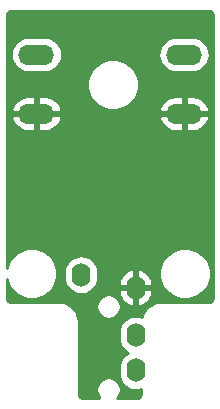
<source format=gbl>
G04 #@! TF.GenerationSoftware,KiCad,Pcbnew,5.1.6-c6e7f7d~86~ubuntu16.04.1*
G04 #@! TF.CreationDate,2020-07-12T16:36:50-04:00*
G04 #@! TF.ProjectId,tactile_switch_pcb_v2,74616374-696c-4655-9f73-77697463685f,1.0*
G04 #@! TF.SameCoordinates,Original*
G04 #@! TF.FileFunction,Copper,L2,Bot*
G04 #@! TF.FilePolarity,Positive*
%FSLAX46Y46*%
G04 Gerber Fmt 4.6, Leading zero omitted, Abs format (unit mm)*
G04 Created by KiCad (PCBNEW 5.1.6-c6e7f7d~86~ubuntu16.04.1) date 2020-07-12 16:36:50*
%MOMM*%
%LPD*%
G01*
G04 APERTURE LIST*
G04 #@! TA.AperFunction,ComponentPad*
%ADD10O,3.048000X1.727200*%
G04 #@! TD*
G04 #@! TA.AperFunction,ComponentPad*
%ADD11O,1.600000X2.000000*%
G04 #@! TD*
G04 #@! TA.AperFunction,Conductor*
%ADD12C,0.254000*%
G04 #@! TD*
G04 APERTURE END LIST*
D10*
X153851000Y-105410000D03*
X153851000Y-110410000D03*
X141351000Y-105410000D03*
X141351000Y-110410000D03*
D11*
X145139000Y-124057000D03*
X149739000Y-125157000D03*
X149739000Y-132157000D03*
X149739000Y-129157000D03*
D12*
G36*
X156024533Y-101761885D02*
G01*
X156090457Y-101781789D01*
X156151255Y-101814115D01*
X156204619Y-101857639D01*
X156248512Y-101910696D01*
X156281266Y-101971271D01*
X156301628Y-102037053D01*
X156312000Y-102135731D01*
X156312001Y-125951709D01*
X156302115Y-126052531D01*
X156282211Y-126118458D01*
X156249885Y-126179255D01*
X156206362Y-126232618D01*
X156153300Y-126276515D01*
X156092727Y-126309266D01*
X156026947Y-126329628D01*
X155928269Y-126340000D01*
X151859581Y-126340000D01*
X151831309Y-126342784D01*
X151825088Y-126342741D01*
X151815917Y-126343641D01*
X151618715Y-126364368D01*
X151560151Y-126376390D01*
X151501362Y-126387604D01*
X151492540Y-126390268D01*
X151303118Y-126448903D01*
X151248005Y-126472071D01*
X151192507Y-126494493D01*
X151184371Y-126498820D01*
X151009947Y-126593130D01*
X150960331Y-126626597D01*
X150910301Y-126659335D01*
X150903160Y-126665159D01*
X150750376Y-126791553D01*
X150708237Y-126833988D01*
X150665487Y-126875851D01*
X150659613Y-126882952D01*
X150534289Y-127036614D01*
X150501174Y-127086456D01*
X150467390Y-127135796D01*
X150463007Y-127143902D01*
X150369916Y-127318980D01*
X150347125Y-127374275D01*
X150323554Y-127429270D01*
X150320829Y-127438073D01*
X150266660Y-127617493D01*
X150020308Y-127542764D01*
X149739000Y-127515057D01*
X149457691Y-127542764D01*
X149187192Y-127624818D01*
X148937899Y-127758068D01*
X148719392Y-127937393D01*
X148540068Y-128155900D01*
X148406818Y-128405193D01*
X148324764Y-128675692D01*
X148304000Y-128886509D01*
X148304000Y-129427492D01*
X148324764Y-129638309D01*
X148406818Y-129908808D01*
X148540068Y-130158101D01*
X148719393Y-130376608D01*
X148937900Y-130555932D01*
X149126984Y-130657000D01*
X148937899Y-130758068D01*
X148719392Y-130937393D01*
X148540068Y-131155900D01*
X148406818Y-131405193D01*
X148324764Y-131675692D01*
X148304000Y-131886509D01*
X148304000Y-132427492D01*
X148324764Y-132638309D01*
X148406818Y-132908808D01*
X148540068Y-133158101D01*
X148719393Y-133376608D01*
X148937900Y-133555932D01*
X149187193Y-133689182D01*
X149457692Y-133771236D01*
X149739000Y-133798943D01*
X150020309Y-133771236D01*
X150216000Y-133711874D01*
X150216000Y-134079719D01*
X150206115Y-134180531D01*
X150186211Y-134246458D01*
X150153885Y-134307255D01*
X150110362Y-134360618D01*
X150057300Y-134404515D01*
X149996727Y-134437266D01*
X149930947Y-134457628D01*
X149832269Y-134468000D01*
X148191711Y-134468000D01*
X148242937Y-134416774D01*
X148356205Y-134247256D01*
X148434226Y-134058898D01*
X148474000Y-133858939D01*
X148474000Y-133655061D01*
X148434226Y-133455102D01*
X148356205Y-133266744D01*
X148242937Y-133097226D01*
X148098774Y-132953063D01*
X147929256Y-132839795D01*
X147740898Y-132761774D01*
X147540939Y-132722000D01*
X147337061Y-132722000D01*
X147137102Y-132761774D01*
X146948744Y-132839795D01*
X146779226Y-132953063D01*
X146635063Y-133097226D01*
X146521795Y-133266744D01*
X146443774Y-133455102D01*
X146404000Y-133655061D01*
X146404000Y-133858939D01*
X146443774Y-134058898D01*
X146521795Y-134247256D01*
X146635063Y-134416774D01*
X146686289Y-134468000D01*
X145320281Y-134468000D01*
X145219469Y-134458115D01*
X145153542Y-134438211D01*
X145092745Y-134405885D01*
X145039382Y-134362362D01*
X144995485Y-134309300D01*
X144962734Y-134248727D01*
X144942372Y-134182947D01*
X144932000Y-134084269D01*
X144932000Y-127983581D01*
X144929216Y-127955309D01*
X144929259Y-127949088D01*
X144928359Y-127939917D01*
X144907632Y-127742715D01*
X144895610Y-127684151D01*
X144884396Y-127625362D01*
X144881732Y-127616540D01*
X144823097Y-127427118D01*
X144799929Y-127372005D01*
X144777507Y-127316507D01*
X144773180Y-127308371D01*
X144678870Y-127133947D01*
X144645403Y-127084331D01*
X144612665Y-127034301D01*
X144606841Y-127027160D01*
X144480447Y-126874376D01*
X144438012Y-126832237D01*
X144396149Y-126789487D01*
X144389048Y-126783613D01*
X144235386Y-126658289D01*
X144230528Y-126655061D01*
X146404000Y-126655061D01*
X146404000Y-126858939D01*
X146443774Y-127058898D01*
X146521795Y-127247256D01*
X146635063Y-127416774D01*
X146779226Y-127560937D01*
X146948744Y-127674205D01*
X147137102Y-127752226D01*
X147337061Y-127792000D01*
X147540939Y-127792000D01*
X147740898Y-127752226D01*
X147929256Y-127674205D01*
X148098774Y-127560937D01*
X148242937Y-127416774D01*
X148356205Y-127247256D01*
X148434226Y-127058898D01*
X148474000Y-126858939D01*
X148474000Y-126655061D01*
X148434226Y-126455102D01*
X148356205Y-126266744D01*
X148242937Y-126097226D01*
X148098774Y-125953063D01*
X147929256Y-125839795D01*
X147740898Y-125761774D01*
X147540939Y-125722000D01*
X147337061Y-125722000D01*
X147137102Y-125761774D01*
X146948744Y-125839795D01*
X146779226Y-125953063D01*
X146635063Y-126097226D01*
X146521795Y-126266744D01*
X146443774Y-126455102D01*
X146404000Y-126655061D01*
X144230528Y-126655061D01*
X144185544Y-126625174D01*
X144136204Y-126591390D01*
X144128098Y-126587007D01*
X143953020Y-126493916D01*
X143897725Y-126471125D01*
X143842730Y-126447554D01*
X143833927Y-126444829D01*
X143644100Y-126387518D01*
X143585420Y-126375900D01*
X143526913Y-126363463D01*
X143517748Y-126362500D01*
X143320406Y-126343150D01*
X143320402Y-126343150D01*
X143288419Y-126340000D01*
X139224281Y-126340000D01*
X139123469Y-126330115D01*
X139057542Y-126310211D01*
X138996745Y-126277885D01*
X138943382Y-126234362D01*
X138899485Y-126181300D01*
X138866734Y-126120727D01*
X138846372Y-126054947D01*
X138836000Y-125956269D01*
X138836000Y-124415324D01*
X138869715Y-124584821D01*
X139033257Y-124979645D01*
X139270682Y-125334977D01*
X139572868Y-125637163D01*
X139928200Y-125874588D01*
X140323024Y-126038130D01*
X140742168Y-126121503D01*
X141169522Y-126121503D01*
X141588666Y-126038130D01*
X141983490Y-125874588D01*
X142338822Y-125637163D01*
X142641008Y-125334977D01*
X142878433Y-124979645D01*
X143041975Y-124584821D01*
X143125348Y-124165677D01*
X143125348Y-123786509D01*
X143704000Y-123786509D01*
X143704000Y-124327492D01*
X143724764Y-124538309D01*
X143806818Y-124808808D01*
X143940068Y-125058101D01*
X144119393Y-125276608D01*
X144337900Y-125455932D01*
X144587193Y-125589182D01*
X144857692Y-125671236D01*
X145139000Y-125698943D01*
X145420309Y-125671236D01*
X145690808Y-125589182D01*
X145839158Y-125509887D01*
X148307063Y-125509887D01*
X148364404Y-125786306D01*
X148474570Y-126046227D01*
X148633327Y-126279662D01*
X148834575Y-126477639D01*
X149070579Y-126632551D01*
X149332270Y-126738444D01*
X149389961Y-126748904D01*
X149612000Y-126626915D01*
X149612000Y-125284000D01*
X149866000Y-125284000D01*
X149866000Y-126626915D01*
X150088039Y-126748904D01*
X150145730Y-126738444D01*
X150407421Y-126632551D01*
X150643425Y-126477639D01*
X150844673Y-126279662D01*
X151003430Y-126046227D01*
X151113596Y-125786306D01*
X151170937Y-125509887D01*
X151018474Y-125284000D01*
X149866000Y-125284000D01*
X149612000Y-125284000D01*
X148459526Y-125284000D01*
X148307063Y-125509887D01*
X145839158Y-125509887D01*
X145940101Y-125455932D01*
X146158608Y-125276608D01*
X146337932Y-125058101D01*
X146471182Y-124808807D01*
X146472605Y-124804113D01*
X148307063Y-124804113D01*
X148459526Y-125030000D01*
X149612000Y-125030000D01*
X149612000Y-123687085D01*
X149866000Y-123687085D01*
X149866000Y-125030000D01*
X151018474Y-125030000D01*
X151170937Y-124804113D01*
X151113596Y-124527694D01*
X151003430Y-124267773D01*
X150844673Y-124034338D01*
X150643425Y-123836361D01*
X150494067Y-123738323D01*
X151754497Y-123738323D01*
X151754497Y-124165677D01*
X151837870Y-124584821D01*
X152001412Y-124979645D01*
X152238837Y-125334977D01*
X152541023Y-125637163D01*
X152896355Y-125874588D01*
X153291179Y-126038130D01*
X153710323Y-126121503D01*
X154137677Y-126121503D01*
X154556821Y-126038130D01*
X154951645Y-125874588D01*
X155306977Y-125637163D01*
X155609163Y-125334977D01*
X155846588Y-124979645D01*
X156010130Y-124584821D01*
X156093503Y-124165677D01*
X156093503Y-123738323D01*
X156010130Y-123319179D01*
X155846588Y-122924355D01*
X155609163Y-122569023D01*
X155306977Y-122266837D01*
X154951645Y-122029412D01*
X154556821Y-121865870D01*
X154137677Y-121782497D01*
X153710323Y-121782497D01*
X153291179Y-121865870D01*
X152896355Y-122029412D01*
X152541023Y-122266837D01*
X152238837Y-122569023D01*
X152001412Y-122924355D01*
X151837870Y-123319179D01*
X151754497Y-123738323D01*
X150494067Y-123738323D01*
X150407421Y-123681449D01*
X150145730Y-123575556D01*
X150088039Y-123565096D01*
X149866000Y-123687085D01*
X149612000Y-123687085D01*
X149389961Y-123565096D01*
X149332270Y-123575556D01*
X149070579Y-123681449D01*
X148834575Y-123836361D01*
X148633327Y-124034338D01*
X148474570Y-124267773D01*
X148364404Y-124527694D01*
X148307063Y-124804113D01*
X146472605Y-124804113D01*
X146553236Y-124538308D01*
X146574000Y-124327491D01*
X146574000Y-123786508D01*
X146553236Y-123575691D01*
X146471182Y-123305192D01*
X146337932Y-123055899D01*
X146158607Y-122837392D01*
X145940100Y-122658068D01*
X145690807Y-122524818D01*
X145420308Y-122442764D01*
X145139000Y-122415057D01*
X144857691Y-122442764D01*
X144587192Y-122524818D01*
X144337899Y-122658068D01*
X144119392Y-122837393D01*
X143940068Y-123055900D01*
X143806818Y-123305193D01*
X143724764Y-123575692D01*
X143704000Y-123786509D01*
X143125348Y-123786509D01*
X143125348Y-123738323D01*
X143041975Y-123319179D01*
X142878433Y-122924355D01*
X142641008Y-122569023D01*
X142338822Y-122266837D01*
X141983490Y-122029412D01*
X141588666Y-121865870D01*
X141169522Y-121782497D01*
X140742168Y-121782497D01*
X140323024Y-121865870D01*
X139928200Y-122029412D01*
X139572868Y-122266837D01*
X139270682Y-122569023D01*
X139033257Y-122924355D01*
X138869715Y-123319179D01*
X138836000Y-123488676D01*
X138836000Y-110769026D01*
X139235642Y-110769026D01*
X139257473Y-110866157D01*
X139374002Y-111136981D01*
X139541127Y-111379868D01*
X139752426Y-111585483D01*
X139999778Y-111745925D01*
X140273678Y-111855028D01*
X140563600Y-111908600D01*
X141224000Y-111908600D01*
X141224000Y-110537000D01*
X141478000Y-110537000D01*
X141478000Y-111908600D01*
X142138400Y-111908600D01*
X142428322Y-111855028D01*
X142702222Y-111745925D01*
X142949574Y-111585483D01*
X143160873Y-111379868D01*
X143327998Y-111136981D01*
X143444527Y-110866157D01*
X143466358Y-110769026D01*
X151735642Y-110769026D01*
X151757473Y-110866157D01*
X151874002Y-111136981D01*
X152041127Y-111379868D01*
X152252426Y-111585483D01*
X152499778Y-111745925D01*
X152773678Y-111855028D01*
X153063600Y-111908600D01*
X153724000Y-111908600D01*
X153724000Y-110537000D01*
X153978000Y-110537000D01*
X153978000Y-111908600D01*
X154638400Y-111908600D01*
X154928322Y-111855028D01*
X155202222Y-111745925D01*
X155449574Y-111585483D01*
X155660873Y-111379868D01*
X155827998Y-111136981D01*
X155944527Y-110866157D01*
X155966358Y-110769026D01*
X155845217Y-110537000D01*
X153978000Y-110537000D01*
X153724000Y-110537000D01*
X151856783Y-110537000D01*
X151735642Y-110769026D01*
X143466358Y-110769026D01*
X143345217Y-110537000D01*
X141478000Y-110537000D01*
X141224000Y-110537000D01*
X139356783Y-110537000D01*
X139235642Y-110769026D01*
X138836000Y-110769026D01*
X138836000Y-110050974D01*
X139235642Y-110050974D01*
X139356783Y-110283000D01*
X141224000Y-110283000D01*
X141224000Y-108911400D01*
X141478000Y-108911400D01*
X141478000Y-110283000D01*
X143345217Y-110283000D01*
X143466358Y-110050974D01*
X143444527Y-109953843D01*
X143327998Y-109683019D01*
X143160873Y-109440132D01*
X142949574Y-109234517D01*
X142702222Y-109074075D01*
X142428322Y-108964972D01*
X142138400Y-108911400D01*
X141478000Y-108911400D01*
X141224000Y-108911400D01*
X140563600Y-108911400D01*
X140273678Y-108964972D01*
X139999778Y-109074075D01*
X139752426Y-109234517D01*
X139541127Y-109440132D01*
X139374002Y-109683019D01*
X139257473Y-109953843D01*
X139235642Y-110050974D01*
X138836000Y-110050974D01*
X138836000Y-107750478D01*
X145658497Y-107750478D01*
X145658497Y-108177832D01*
X145741870Y-108596976D01*
X145905412Y-108991800D01*
X146142837Y-109347132D01*
X146445023Y-109649318D01*
X146800355Y-109886743D01*
X147195179Y-110050285D01*
X147614323Y-110133658D01*
X148041677Y-110133658D01*
X148457357Y-110050974D01*
X151735642Y-110050974D01*
X151856783Y-110283000D01*
X153724000Y-110283000D01*
X153724000Y-108911400D01*
X153978000Y-108911400D01*
X153978000Y-110283000D01*
X155845217Y-110283000D01*
X155966358Y-110050974D01*
X155944527Y-109953843D01*
X155827998Y-109683019D01*
X155660873Y-109440132D01*
X155449574Y-109234517D01*
X155202222Y-109074075D01*
X154928322Y-108964972D01*
X154638400Y-108911400D01*
X153978000Y-108911400D01*
X153724000Y-108911400D01*
X153063600Y-108911400D01*
X152773678Y-108964972D01*
X152499778Y-109074075D01*
X152252426Y-109234517D01*
X152041127Y-109440132D01*
X151874002Y-109683019D01*
X151757473Y-109953843D01*
X151735642Y-110050974D01*
X148457357Y-110050974D01*
X148460821Y-110050285D01*
X148855645Y-109886743D01*
X149210977Y-109649318D01*
X149513163Y-109347132D01*
X149750588Y-108991800D01*
X149914130Y-108596976D01*
X149997503Y-108177832D01*
X149997503Y-107750478D01*
X149914130Y-107331334D01*
X149750588Y-106936510D01*
X149513163Y-106581178D01*
X149210977Y-106278992D01*
X148855645Y-106041567D01*
X148460821Y-105878025D01*
X148041677Y-105794652D01*
X147614323Y-105794652D01*
X147195179Y-105878025D01*
X146800355Y-106041567D01*
X146445023Y-106278992D01*
X146142837Y-106581178D01*
X145905412Y-106936510D01*
X145741870Y-107331334D01*
X145658497Y-107750478D01*
X138836000Y-107750478D01*
X138836000Y-105410000D01*
X139184749Y-105410000D01*
X139213684Y-105703777D01*
X139299375Y-105986264D01*
X139438531Y-106246606D01*
X139625803Y-106474797D01*
X139853994Y-106662069D01*
X140114336Y-106801225D01*
X140396823Y-106886916D01*
X140616981Y-106908600D01*
X142085019Y-106908600D01*
X142305177Y-106886916D01*
X142587664Y-106801225D01*
X142848006Y-106662069D01*
X143076197Y-106474797D01*
X143263469Y-106246606D01*
X143402625Y-105986264D01*
X143488316Y-105703777D01*
X143517251Y-105410000D01*
X151684749Y-105410000D01*
X151713684Y-105703777D01*
X151799375Y-105986264D01*
X151938531Y-106246606D01*
X152125803Y-106474797D01*
X152353994Y-106662069D01*
X152614336Y-106801225D01*
X152896823Y-106886916D01*
X153116981Y-106908600D01*
X154585019Y-106908600D01*
X154805177Y-106886916D01*
X155087664Y-106801225D01*
X155348006Y-106662069D01*
X155576197Y-106474797D01*
X155763469Y-106246606D01*
X155902625Y-105986264D01*
X155988316Y-105703777D01*
X156017251Y-105410000D01*
X155988316Y-105116223D01*
X155902625Y-104833736D01*
X155763469Y-104573394D01*
X155576197Y-104345203D01*
X155348006Y-104157931D01*
X155087664Y-104018775D01*
X154805177Y-103933084D01*
X154585019Y-103911400D01*
X153116981Y-103911400D01*
X152896823Y-103933084D01*
X152614336Y-104018775D01*
X152353994Y-104157931D01*
X152125803Y-104345203D01*
X151938531Y-104573394D01*
X151799375Y-104833736D01*
X151713684Y-105116223D01*
X151684749Y-105410000D01*
X143517251Y-105410000D01*
X143488316Y-105116223D01*
X143402625Y-104833736D01*
X143263469Y-104573394D01*
X143076197Y-104345203D01*
X142848006Y-104157931D01*
X142587664Y-104018775D01*
X142305177Y-103933084D01*
X142085019Y-103911400D01*
X140616981Y-103911400D01*
X140396823Y-103933084D01*
X140114336Y-104018775D01*
X139853994Y-104157931D01*
X139625803Y-104345203D01*
X139438531Y-104573394D01*
X139299375Y-104833736D01*
X139213684Y-105116223D01*
X139184749Y-105410000D01*
X138836000Y-105410000D01*
X138836000Y-102140281D01*
X138845885Y-102039467D01*
X138865789Y-101973543D01*
X138898115Y-101912745D01*
X138941639Y-101859381D01*
X138994696Y-101815488D01*
X139055271Y-101782734D01*
X139121053Y-101762372D01*
X139219730Y-101752000D01*
X155923719Y-101752000D01*
X156024533Y-101761885D01*
G37*
X156024533Y-101761885D02*
X156090457Y-101781789D01*
X156151255Y-101814115D01*
X156204619Y-101857639D01*
X156248512Y-101910696D01*
X156281266Y-101971271D01*
X156301628Y-102037053D01*
X156312000Y-102135731D01*
X156312001Y-125951709D01*
X156302115Y-126052531D01*
X156282211Y-126118458D01*
X156249885Y-126179255D01*
X156206362Y-126232618D01*
X156153300Y-126276515D01*
X156092727Y-126309266D01*
X156026947Y-126329628D01*
X155928269Y-126340000D01*
X151859581Y-126340000D01*
X151831309Y-126342784D01*
X151825088Y-126342741D01*
X151815917Y-126343641D01*
X151618715Y-126364368D01*
X151560151Y-126376390D01*
X151501362Y-126387604D01*
X151492540Y-126390268D01*
X151303118Y-126448903D01*
X151248005Y-126472071D01*
X151192507Y-126494493D01*
X151184371Y-126498820D01*
X151009947Y-126593130D01*
X150960331Y-126626597D01*
X150910301Y-126659335D01*
X150903160Y-126665159D01*
X150750376Y-126791553D01*
X150708237Y-126833988D01*
X150665487Y-126875851D01*
X150659613Y-126882952D01*
X150534289Y-127036614D01*
X150501174Y-127086456D01*
X150467390Y-127135796D01*
X150463007Y-127143902D01*
X150369916Y-127318980D01*
X150347125Y-127374275D01*
X150323554Y-127429270D01*
X150320829Y-127438073D01*
X150266660Y-127617493D01*
X150020308Y-127542764D01*
X149739000Y-127515057D01*
X149457691Y-127542764D01*
X149187192Y-127624818D01*
X148937899Y-127758068D01*
X148719392Y-127937393D01*
X148540068Y-128155900D01*
X148406818Y-128405193D01*
X148324764Y-128675692D01*
X148304000Y-128886509D01*
X148304000Y-129427492D01*
X148324764Y-129638309D01*
X148406818Y-129908808D01*
X148540068Y-130158101D01*
X148719393Y-130376608D01*
X148937900Y-130555932D01*
X149126984Y-130657000D01*
X148937899Y-130758068D01*
X148719392Y-130937393D01*
X148540068Y-131155900D01*
X148406818Y-131405193D01*
X148324764Y-131675692D01*
X148304000Y-131886509D01*
X148304000Y-132427492D01*
X148324764Y-132638309D01*
X148406818Y-132908808D01*
X148540068Y-133158101D01*
X148719393Y-133376608D01*
X148937900Y-133555932D01*
X149187193Y-133689182D01*
X149457692Y-133771236D01*
X149739000Y-133798943D01*
X150020309Y-133771236D01*
X150216000Y-133711874D01*
X150216000Y-134079719D01*
X150206115Y-134180531D01*
X150186211Y-134246458D01*
X150153885Y-134307255D01*
X150110362Y-134360618D01*
X150057300Y-134404515D01*
X149996727Y-134437266D01*
X149930947Y-134457628D01*
X149832269Y-134468000D01*
X148191711Y-134468000D01*
X148242937Y-134416774D01*
X148356205Y-134247256D01*
X148434226Y-134058898D01*
X148474000Y-133858939D01*
X148474000Y-133655061D01*
X148434226Y-133455102D01*
X148356205Y-133266744D01*
X148242937Y-133097226D01*
X148098774Y-132953063D01*
X147929256Y-132839795D01*
X147740898Y-132761774D01*
X147540939Y-132722000D01*
X147337061Y-132722000D01*
X147137102Y-132761774D01*
X146948744Y-132839795D01*
X146779226Y-132953063D01*
X146635063Y-133097226D01*
X146521795Y-133266744D01*
X146443774Y-133455102D01*
X146404000Y-133655061D01*
X146404000Y-133858939D01*
X146443774Y-134058898D01*
X146521795Y-134247256D01*
X146635063Y-134416774D01*
X146686289Y-134468000D01*
X145320281Y-134468000D01*
X145219469Y-134458115D01*
X145153542Y-134438211D01*
X145092745Y-134405885D01*
X145039382Y-134362362D01*
X144995485Y-134309300D01*
X144962734Y-134248727D01*
X144942372Y-134182947D01*
X144932000Y-134084269D01*
X144932000Y-127983581D01*
X144929216Y-127955309D01*
X144929259Y-127949088D01*
X144928359Y-127939917D01*
X144907632Y-127742715D01*
X144895610Y-127684151D01*
X144884396Y-127625362D01*
X144881732Y-127616540D01*
X144823097Y-127427118D01*
X144799929Y-127372005D01*
X144777507Y-127316507D01*
X144773180Y-127308371D01*
X144678870Y-127133947D01*
X144645403Y-127084331D01*
X144612665Y-127034301D01*
X144606841Y-127027160D01*
X144480447Y-126874376D01*
X144438012Y-126832237D01*
X144396149Y-126789487D01*
X144389048Y-126783613D01*
X144235386Y-126658289D01*
X144230528Y-126655061D01*
X146404000Y-126655061D01*
X146404000Y-126858939D01*
X146443774Y-127058898D01*
X146521795Y-127247256D01*
X146635063Y-127416774D01*
X146779226Y-127560937D01*
X146948744Y-127674205D01*
X147137102Y-127752226D01*
X147337061Y-127792000D01*
X147540939Y-127792000D01*
X147740898Y-127752226D01*
X147929256Y-127674205D01*
X148098774Y-127560937D01*
X148242937Y-127416774D01*
X148356205Y-127247256D01*
X148434226Y-127058898D01*
X148474000Y-126858939D01*
X148474000Y-126655061D01*
X148434226Y-126455102D01*
X148356205Y-126266744D01*
X148242937Y-126097226D01*
X148098774Y-125953063D01*
X147929256Y-125839795D01*
X147740898Y-125761774D01*
X147540939Y-125722000D01*
X147337061Y-125722000D01*
X147137102Y-125761774D01*
X146948744Y-125839795D01*
X146779226Y-125953063D01*
X146635063Y-126097226D01*
X146521795Y-126266744D01*
X146443774Y-126455102D01*
X146404000Y-126655061D01*
X144230528Y-126655061D01*
X144185544Y-126625174D01*
X144136204Y-126591390D01*
X144128098Y-126587007D01*
X143953020Y-126493916D01*
X143897725Y-126471125D01*
X143842730Y-126447554D01*
X143833927Y-126444829D01*
X143644100Y-126387518D01*
X143585420Y-126375900D01*
X143526913Y-126363463D01*
X143517748Y-126362500D01*
X143320406Y-126343150D01*
X143320402Y-126343150D01*
X143288419Y-126340000D01*
X139224281Y-126340000D01*
X139123469Y-126330115D01*
X139057542Y-126310211D01*
X138996745Y-126277885D01*
X138943382Y-126234362D01*
X138899485Y-126181300D01*
X138866734Y-126120727D01*
X138846372Y-126054947D01*
X138836000Y-125956269D01*
X138836000Y-124415324D01*
X138869715Y-124584821D01*
X139033257Y-124979645D01*
X139270682Y-125334977D01*
X139572868Y-125637163D01*
X139928200Y-125874588D01*
X140323024Y-126038130D01*
X140742168Y-126121503D01*
X141169522Y-126121503D01*
X141588666Y-126038130D01*
X141983490Y-125874588D01*
X142338822Y-125637163D01*
X142641008Y-125334977D01*
X142878433Y-124979645D01*
X143041975Y-124584821D01*
X143125348Y-124165677D01*
X143125348Y-123786509D01*
X143704000Y-123786509D01*
X143704000Y-124327492D01*
X143724764Y-124538309D01*
X143806818Y-124808808D01*
X143940068Y-125058101D01*
X144119393Y-125276608D01*
X144337900Y-125455932D01*
X144587193Y-125589182D01*
X144857692Y-125671236D01*
X145139000Y-125698943D01*
X145420309Y-125671236D01*
X145690808Y-125589182D01*
X145839158Y-125509887D01*
X148307063Y-125509887D01*
X148364404Y-125786306D01*
X148474570Y-126046227D01*
X148633327Y-126279662D01*
X148834575Y-126477639D01*
X149070579Y-126632551D01*
X149332270Y-126738444D01*
X149389961Y-126748904D01*
X149612000Y-126626915D01*
X149612000Y-125284000D01*
X149866000Y-125284000D01*
X149866000Y-126626915D01*
X150088039Y-126748904D01*
X150145730Y-126738444D01*
X150407421Y-126632551D01*
X150643425Y-126477639D01*
X150844673Y-126279662D01*
X151003430Y-126046227D01*
X151113596Y-125786306D01*
X151170937Y-125509887D01*
X151018474Y-125284000D01*
X149866000Y-125284000D01*
X149612000Y-125284000D01*
X148459526Y-125284000D01*
X148307063Y-125509887D01*
X145839158Y-125509887D01*
X145940101Y-125455932D01*
X146158608Y-125276608D01*
X146337932Y-125058101D01*
X146471182Y-124808807D01*
X146472605Y-124804113D01*
X148307063Y-124804113D01*
X148459526Y-125030000D01*
X149612000Y-125030000D01*
X149612000Y-123687085D01*
X149866000Y-123687085D01*
X149866000Y-125030000D01*
X151018474Y-125030000D01*
X151170937Y-124804113D01*
X151113596Y-124527694D01*
X151003430Y-124267773D01*
X150844673Y-124034338D01*
X150643425Y-123836361D01*
X150494067Y-123738323D01*
X151754497Y-123738323D01*
X151754497Y-124165677D01*
X151837870Y-124584821D01*
X152001412Y-124979645D01*
X152238837Y-125334977D01*
X152541023Y-125637163D01*
X152896355Y-125874588D01*
X153291179Y-126038130D01*
X153710323Y-126121503D01*
X154137677Y-126121503D01*
X154556821Y-126038130D01*
X154951645Y-125874588D01*
X155306977Y-125637163D01*
X155609163Y-125334977D01*
X155846588Y-124979645D01*
X156010130Y-124584821D01*
X156093503Y-124165677D01*
X156093503Y-123738323D01*
X156010130Y-123319179D01*
X155846588Y-122924355D01*
X155609163Y-122569023D01*
X155306977Y-122266837D01*
X154951645Y-122029412D01*
X154556821Y-121865870D01*
X154137677Y-121782497D01*
X153710323Y-121782497D01*
X153291179Y-121865870D01*
X152896355Y-122029412D01*
X152541023Y-122266837D01*
X152238837Y-122569023D01*
X152001412Y-122924355D01*
X151837870Y-123319179D01*
X151754497Y-123738323D01*
X150494067Y-123738323D01*
X150407421Y-123681449D01*
X150145730Y-123575556D01*
X150088039Y-123565096D01*
X149866000Y-123687085D01*
X149612000Y-123687085D01*
X149389961Y-123565096D01*
X149332270Y-123575556D01*
X149070579Y-123681449D01*
X148834575Y-123836361D01*
X148633327Y-124034338D01*
X148474570Y-124267773D01*
X148364404Y-124527694D01*
X148307063Y-124804113D01*
X146472605Y-124804113D01*
X146553236Y-124538308D01*
X146574000Y-124327491D01*
X146574000Y-123786508D01*
X146553236Y-123575691D01*
X146471182Y-123305192D01*
X146337932Y-123055899D01*
X146158607Y-122837392D01*
X145940100Y-122658068D01*
X145690807Y-122524818D01*
X145420308Y-122442764D01*
X145139000Y-122415057D01*
X144857691Y-122442764D01*
X144587192Y-122524818D01*
X144337899Y-122658068D01*
X144119392Y-122837393D01*
X143940068Y-123055900D01*
X143806818Y-123305193D01*
X143724764Y-123575692D01*
X143704000Y-123786509D01*
X143125348Y-123786509D01*
X143125348Y-123738323D01*
X143041975Y-123319179D01*
X142878433Y-122924355D01*
X142641008Y-122569023D01*
X142338822Y-122266837D01*
X141983490Y-122029412D01*
X141588666Y-121865870D01*
X141169522Y-121782497D01*
X140742168Y-121782497D01*
X140323024Y-121865870D01*
X139928200Y-122029412D01*
X139572868Y-122266837D01*
X139270682Y-122569023D01*
X139033257Y-122924355D01*
X138869715Y-123319179D01*
X138836000Y-123488676D01*
X138836000Y-110769026D01*
X139235642Y-110769026D01*
X139257473Y-110866157D01*
X139374002Y-111136981D01*
X139541127Y-111379868D01*
X139752426Y-111585483D01*
X139999778Y-111745925D01*
X140273678Y-111855028D01*
X140563600Y-111908600D01*
X141224000Y-111908600D01*
X141224000Y-110537000D01*
X141478000Y-110537000D01*
X141478000Y-111908600D01*
X142138400Y-111908600D01*
X142428322Y-111855028D01*
X142702222Y-111745925D01*
X142949574Y-111585483D01*
X143160873Y-111379868D01*
X143327998Y-111136981D01*
X143444527Y-110866157D01*
X143466358Y-110769026D01*
X151735642Y-110769026D01*
X151757473Y-110866157D01*
X151874002Y-111136981D01*
X152041127Y-111379868D01*
X152252426Y-111585483D01*
X152499778Y-111745925D01*
X152773678Y-111855028D01*
X153063600Y-111908600D01*
X153724000Y-111908600D01*
X153724000Y-110537000D01*
X153978000Y-110537000D01*
X153978000Y-111908600D01*
X154638400Y-111908600D01*
X154928322Y-111855028D01*
X155202222Y-111745925D01*
X155449574Y-111585483D01*
X155660873Y-111379868D01*
X155827998Y-111136981D01*
X155944527Y-110866157D01*
X155966358Y-110769026D01*
X155845217Y-110537000D01*
X153978000Y-110537000D01*
X153724000Y-110537000D01*
X151856783Y-110537000D01*
X151735642Y-110769026D01*
X143466358Y-110769026D01*
X143345217Y-110537000D01*
X141478000Y-110537000D01*
X141224000Y-110537000D01*
X139356783Y-110537000D01*
X139235642Y-110769026D01*
X138836000Y-110769026D01*
X138836000Y-110050974D01*
X139235642Y-110050974D01*
X139356783Y-110283000D01*
X141224000Y-110283000D01*
X141224000Y-108911400D01*
X141478000Y-108911400D01*
X141478000Y-110283000D01*
X143345217Y-110283000D01*
X143466358Y-110050974D01*
X143444527Y-109953843D01*
X143327998Y-109683019D01*
X143160873Y-109440132D01*
X142949574Y-109234517D01*
X142702222Y-109074075D01*
X142428322Y-108964972D01*
X142138400Y-108911400D01*
X141478000Y-108911400D01*
X141224000Y-108911400D01*
X140563600Y-108911400D01*
X140273678Y-108964972D01*
X139999778Y-109074075D01*
X139752426Y-109234517D01*
X139541127Y-109440132D01*
X139374002Y-109683019D01*
X139257473Y-109953843D01*
X139235642Y-110050974D01*
X138836000Y-110050974D01*
X138836000Y-107750478D01*
X145658497Y-107750478D01*
X145658497Y-108177832D01*
X145741870Y-108596976D01*
X145905412Y-108991800D01*
X146142837Y-109347132D01*
X146445023Y-109649318D01*
X146800355Y-109886743D01*
X147195179Y-110050285D01*
X147614323Y-110133658D01*
X148041677Y-110133658D01*
X148457357Y-110050974D01*
X151735642Y-110050974D01*
X151856783Y-110283000D01*
X153724000Y-110283000D01*
X153724000Y-108911400D01*
X153978000Y-108911400D01*
X153978000Y-110283000D01*
X155845217Y-110283000D01*
X155966358Y-110050974D01*
X155944527Y-109953843D01*
X155827998Y-109683019D01*
X155660873Y-109440132D01*
X155449574Y-109234517D01*
X155202222Y-109074075D01*
X154928322Y-108964972D01*
X154638400Y-108911400D01*
X153978000Y-108911400D01*
X153724000Y-108911400D01*
X153063600Y-108911400D01*
X152773678Y-108964972D01*
X152499778Y-109074075D01*
X152252426Y-109234517D01*
X152041127Y-109440132D01*
X151874002Y-109683019D01*
X151757473Y-109953843D01*
X151735642Y-110050974D01*
X148457357Y-110050974D01*
X148460821Y-110050285D01*
X148855645Y-109886743D01*
X149210977Y-109649318D01*
X149513163Y-109347132D01*
X149750588Y-108991800D01*
X149914130Y-108596976D01*
X149997503Y-108177832D01*
X149997503Y-107750478D01*
X149914130Y-107331334D01*
X149750588Y-106936510D01*
X149513163Y-106581178D01*
X149210977Y-106278992D01*
X148855645Y-106041567D01*
X148460821Y-105878025D01*
X148041677Y-105794652D01*
X147614323Y-105794652D01*
X147195179Y-105878025D01*
X146800355Y-106041567D01*
X146445023Y-106278992D01*
X146142837Y-106581178D01*
X145905412Y-106936510D01*
X145741870Y-107331334D01*
X145658497Y-107750478D01*
X138836000Y-107750478D01*
X138836000Y-105410000D01*
X139184749Y-105410000D01*
X139213684Y-105703777D01*
X139299375Y-105986264D01*
X139438531Y-106246606D01*
X139625803Y-106474797D01*
X139853994Y-106662069D01*
X140114336Y-106801225D01*
X140396823Y-106886916D01*
X140616981Y-106908600D01*
X142085019Y-106908600D01*
X142305177Y-106886916D01*
X142587664Y-106801225D01*
X142848006Y-106662069D01*
X143076197Y-106474797D01*
X143263469Y-106246606D01*
X143402625Y-105986264D01*
X143488316Y-105703777D01*
X143517251Y-105410000D01*
X151684749Y-105410000D01*
X151713684Y-105703777D01*
X151799375Y-105986264D01*
X151938531Y-106246606D01*
X152125803Y-106474797D01*
X152353994Y-106662069D01*
X152614336Y-106801225D01*
X152896823Y-106886916D01*
X153116981Y-106908600D01*
X154585019Y-106908600D01*
X154805177Y-106886916D01*
X155087664Y-106801225D01*
X155348006Y-106662069D01*
X155576197Y-106474797D01*
X155763469Y-106246606D01*
X155902625Y-105986264D01*
X155988316Y-105703777D01*
X156017251Y-105410000D01*
X155988316Y-105116223D01*
X155902625Y-104833736D01*
X155763469Y-104573394D01*
X155576197Y-104345203D01*
X155348006Y-104157931D01*
X155087664Y-104018775D01*
X154805177Y-103933084D01*
X154585019Y-103911400D01*
X153116981Y-103911400D01*
X152896823Y-103933084D01*
X152614336Y-104018775D01*
X152353994Y-104157931D01*
X152125803Y-104345203D01*
X151938531Y-104573394D01*
X151799375Y-104833736D01*
X151713684Y-105116223D01*
X151684749Y-105410000D01*
X143517251Y-105410000D01*
X143488316Y-105116223D01*
X143402625Y-104833736D01*
X143263469Y-104573394D01*
X143076197Y-104345203D01*
X142848006Y-104157931D01*
X142587664Y-104018775D01*
X142305177Y-103933084D01*
X142085019Y-103911400D01*
X140616981Y-103911400D01*
X140396823Y-103933084D01*
X140114336Y-104018775D01*
X139853994Y-104157931D01*
X139625803Y-104345203D01*
X139438531Y-104573394D01*
X139299375Y-104833736D01*
X139213684Y-105116223D01*
X139184749Y-105410000D01*
X138836000Y-105410000D01*
X138836000Y-102140281D01*
X138845885Y-102039467D01*
X138865789Y-101973543D01*
X138898115Y-101912745D01*
X138941639Y-101859381D01*
X138994696Y-101815488D01*
X139055271Y-101782734D01*
X139121053Y-101762372D01*
X139219730Y-101752000D01*
X155923719Y-101752000D01*
X156024533Y-101761885D01*
M02*

</source>
